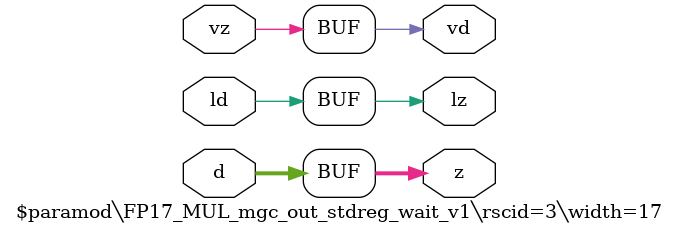
<source format=v>
module \$paramod\FP17_MUL_mgc_out_stdreg_wait_v1\rscid=3\width=17 (ld, vd, d, lz, vz, z);
  (* src = "./vmod/vlibs/HLS_fp17_mul.v:47" *)
  input [16:0] d;
  (* src = "./vmod/vlibs/HLS_fp17_mul.v:45" *)
  input ld;
  (* src = "./vmod/vlibs/HLS_fp17_mul.v:48" *)
  output lz;
  (* src = "./vmod/vlibs/HLS_fp17_mul.v:46" *)
  output vd;
  (* src = "./vmod/vlibs/HLS_fp17_mul.v:49" *)
  input vz;
  (* src = "./vmod/vlibs/HLS_fp17_mul.v:50" *)
  output [16:0] z;
  assign lz = ld;
  assign vd = vz;
  assign z = d;
endmodule

</source>
